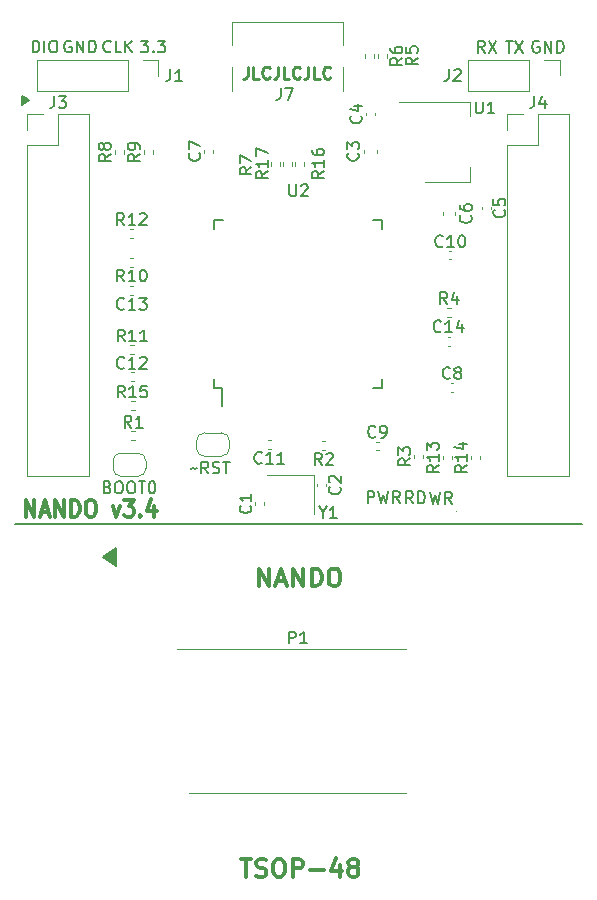
<source format=gbr>
%TF.GenerationSoftware,KiCad,Pcbnew,(6.0.11)*%
%TF.CreationDate,2023-02-23T12:45:07+08:00*%
%TF.ProjectId,nand_programmator,6e616e64-5f70-4726-9f67-72616d6d6174,v3.4*%
%TF.SameCoordinates,Original*%
%TF.FileFunction,Legend,Top*%
%TF.FilePolarity,Positive*%
%FSLAX46Y46*%
G04 Gerber Fmt 4.6, Leading zero omitted, Abs format (unit mm)*
G04 Created by KiCad (PCBNEW (6.0.11)) date 2023-02-23 12:45:07*
%MOMM*%
%LPD*%
G01*
G04 APERTURE LIST*
%ADD10C,0.150000*%
%ADD11C,0.300000*%
%ADD12C,0.250000*%
%ADD13C,0.120000*%
%ADD14C,0.100000*%
G04 APERTURE END LIST*
D10*
G36*
X1220000Y69020000D02*
G01*
X620000Y68620000D01*
X615500Y69398500D01*
X1220000Y69020000D01*
G37*
X1220000Y69020000D02*
X620000Y68620000D01*
X615500Y69398500D01*
X1220000Y69020000D01*
X30000Y33170000D02*
X48030000Y33160000D01*
G36*
X8600000Y29570000D02*
G01*
X7500000Y30370000D01*
X8600000Y31170000D01*
X8600000Y29570000D01*
G37*
X8600000Y29570000D02*
X7500000Y30370000D01*
X8600000Y31170000D01*
X8600000Y29570000D01*
X1502837Y73092705D02*
X1502837Y74092705D01*
X1740932Y74092705D01*
X1883789Y74045085D01*
X1979027Y73949847D01*
X2026647Y73854609D01*
X2074266Y73664133D01*
X2074266Y73521276D01*
X2026647Y73330800D01*
X1979027Y73235562D01*
X1883789Y73140324D01*
X1740932Y73092705D01*
X1502837Y73092705D01*
X2502837Y73092705D02*
X2502837Y74092705D01*
X3169504Y74092705D02*
X3359980Y74092705D01*
X3455218Y74045085D01*
X3550456Y73949847D01*
X3598075Y73759371D01*
X3598075Y73426038D01*
X3550456Y73235562D01*
X3455218Y73140324D01*
X3359980Y73092705D01*
X3169504Y73092705D01*
X3074266Y73140324D01*
X2979027Y73235562D01*
X2931408Y73426038D01*
X2931408Y73759371D01*
X2979027Y73949847D01*
X3074266Y74045085D01*
X3169504Y74092705D01*
X7860467Y36291429D02*
X8003324Y36243810D01*
X8050943Y36196191D01*
X8098562Y36100953D01*
X8098562Y35958096D01*
X8050943Y35862858D01*
X8003324Y35815239D01*
X7908086Y35767620D01*
X7527134Y35767620D01*
X7527134Y36767620D01*
X7860467Y36767620D01*
X7955705Y36720000D01*
X8003324Y36672381D01*
X8050943Y36577143D01*
X8050943Y36481905D01*
X8003324Y36386667D01*
X7955705Y36339048D01*
X7860467Y36291429D01*
X7527134Y36291429D01*
X8717610Y36767620D02*
X8908086Y36767620D01*
X9003324Y36720000D01*
X9098562Y36624762D01*
X9146181Y36434286D01*
X9146181Y36100953D01*
X9098562Y35910477D01*
X9003324Y35815239D01*
X8908086Y35767620D01*
X8717610Y35767620D01*
X8622372Y35815239D01*
X8527134Y35910477D01*
X8479515Y36100953D01*
X8479515Y36434286D01*
X8527134Y36624762D01*
X8622372Y36720000D01*
X8717610Y36767620D01*
X9765229Y36767620D02*
X9955705Y36767620D01*
X10050943Y36720000D01*
X10146181Y36624762D01*
X10193801Y36434286D01*
X10193801Y36100953D01*
X10146181Y35910477D01*
X10050943Y35815239D01*
X9955705Y35767620D01*
X9765229Y35767620D01*
X9669991Y35815239D01*
X9574753Y35910477D01*
X9527134Y36100953D01*
X9527134Y36434286D01*
X9574753Y36624762D01*
X9669991Y36720000D01*
X9765229Y36767620D01*
X10479515Y36767620D02*
X11050943Y36767620D01*
X10765229Y35767620D02*
X10765229Y36767620D01*
X11574753Y36767620D02*
X11669991Y36767620D01*
X11765229Y36720000D01*
X11812848Y36672381D01*
X11860467Y36577143D01*
X11908086Y36386667D01*
X11908086Y36148572D01*
X11860467Y35958096D01*
X11812848Y35862858D01*
X11765229Y35815239D01*
X11669991Y35767620D01*
X11574753Y35767620D01*
X11479515Y35815239D01*
X11431896Y35862858D01*
X11384277Y35958096D01*
X11336658Y36148572D01*
X11336658Y36386667D01*
X11384277Y36577143D01*
X11431896Y36672381D01*
X11479515Y36720000D01*
X11574753Y36767620D01*
X44385761Y74032296D02*
X44290523Y74079916D01*
X44147666Y74079916D01*
X44004808Y74032296D01*
X43909570Y73937058D01*
X43861951Y73841820D01*
X43814332Y73651344D01*
X43814332Y73508487D01*
X43861951Y73318011D01*
X43909570Y73222773D01*
X44004808Y73127535D01*
X44147666Y73079916D01*
X44242904Y73079916D01*
X44385761Y73127535D01*
X44433380Y73175154D01*
X44433380Y73508487D01*
X44242904Y73508487D01*
X44861951Y73079916D02*
X44861951Y74079916D01*
X45433380Y73079916D01*
X45433380Y74079916D01*
X45909570Y73079916D02*
X45909570Y74079916D01*
X46147666Y74079916D01*
X46290523Y74032296D01*
X46385761Y73937058D01*
X46433380Y73841820D01*
X46480999Y73651344D01*
X46480999Y73508487D01*
X46433380Y73318011D01*
X46385761Y73222773D01*
X46290523Y73127535D01*
X46147666Y73079916D01*
X45909570Y73079916D01*
X29876666Y34937620D02*
X29876666Y35937620D01*
X30257619Y35937620D01*
X30352857Y35890000D01*
X30400476Y35842381D01*
X30448095Y35747143D01*
X30448095Y35604286D01*
X30400476Y35509048D01*
X30352857Y35461429D01*
X30257619Y35413810D01*
X29876666Y35413810D01*
X30781428Y35937620D02*
X31019523Y34937620D01*
X31210000Y35651905D01*
X31400476Y34937620D01*
X31638571Y35937620D01*
X32590952Y34937620D02*
X32257619Y35413810D01*
X32019523Y34937620D02*
X32019523Y35937620D01*
X32400476Y35937620D01*
X32495714Y35890000D01*
X32543333Y35842381D01*
X32590952Y35747143D01*
X32590952Y35604286D01*
X32543333Y35509048D01*
X32495714Y35461429D01*
X32400476Y35413810D01*
X32019523Y35413810D01*
X35181428Y35877620D02*
X35419523Y34877620D01*
X35610000Y35591905D01*
X35800476Y34877620D01*
X36038571Y35877620D01*
X36990952Y34877620D02*
X36657619Y35353810D01*
X36419523Y34877620D02*
X36419523Y35877620D01*
X36800476Y35877620D01*
X36895714Y35830000D01*
X36943333Y35782381D01*
X36990952Y35687143D01*
X36990952Y35544286D01*
X36943333Y35449048D01*
X36895714Y35401429D01*
X36800476Y35353810D01*
X36419523Y35353810D01*
X33719523Y34917620D02*
X33386190Y35393810D01*
X33148095Y34917620D02*
X33148095Y35917620D01*
X33529047Y35917620D01*
X33624285Y35870000D01*
X33671904Y35822381D01*
X33719523Y35727143D01*
X33719523Y35584286D01*
X33671904Y35489048D01*
X33624285Y35441429D01*
X33529047Y35393810D01*
X33148095Y35393810D01*
X34148095Y34917620D02*
X34148095Y35917620D01*
X34386190Y35917620D01*
X34529047Y35870000D01*
X34624285Y35774762D01*
X34671904Y35679524D01*
X34719523Y35489048D01*
X34719523Y35346191D01*
X34671904Y35155715D01*
X34624285Y35060477D01*
X34529047Y34965239D01*
X34386190Y34917620D01*
X34148095Y34917620D01*
X10679027Y74092705D02*
X11298075Y74092705D01*
X10964742Y73711752D01*
X11107599Y73711752D01*
X11202837Y73664133D01*
X11250456Y73616514D01*
X11298075Y73521276D01*
X11298075Y73283181D01*
X11250456Y73187943D01*
X11202837Y73140324D01*
X11107599Y73092705D01*
X10821885Y73092705D01*
X10726647Y73140324D01*
X10679027Y73187943D01*
X11726647Y73187943D02*
X11774266Y73140324D01*
X11726647Y73092705D01*
X11679027Y73140324D01*
X11726647Y73187943D01*
X11726647Y73092705D01*
X12107599Y74092705D02*
X12726647Y74092705D01*
X12393313Y73711752D01*
X12536170Y73711752D01*
X12631408Y73664133D01*
X12679027Y73616514D01*
X12726647Y73521276D01*
X12726647Y73283181D01*
X12679027Y73187943D01*
X12631408Y73140324D01*
X12536170Y73092705D01*
X12250456Y73092705D01*
X12155218Y73140324D01*
X12107599Y73187943D01*
D11*
X20707142Y27891429D02*
X20707142Y29391429D01*
X21564285Y27891429D01*
X21564285Y29391429D01*
X22207142Y28320000D02*
X22921428Y28320000D01*
X22064285Y27891429D02*
X22564285Y29391429D01*
X23064285Y27891429D01*
X23564285Y27891429D02*
X23564285Y29391429D01*
X24421428Y27891429D01*
X24421428Y29391429D01*
X25135714Y27891429D02*
X25135714Y29391429D01*
X25492857Y29391429D01*
X25707142Y29320000D01*
X25850000Y29177143D01*
X25921428Y29034286D01*
X25992857Y28748572D01*
X25992857Y28534286D01*
X25921428Y28248572D01*
X25850000Y28105715D01*
X25707142Y27962858D01*
X25492857Y27891429D01*
X25135714Y27891429D01*
X26921428Y29391429D02*
X27207142Y29391429D01*
X27350000Y29320000D01*
X27492857Y29177143D01*
X27564285Y28891429D01*
X27564285Y28391429D01*
X27492857Y28105715D01*
X27350000Y27962858D01*
X27207142Y27891429D01*
X26921428Y27891429D01*
X26778571Y27962858D01*
X26635714Y28105715D01*
X26564285Y28391429D01*
X26564285Y28891429D01*
X26635714Y29177143D01*
X26778571Y29320000D01*
X26921428Y29391429D01*
X19164285Y4791429D02*
X20021428Y4791429D01*
X19592857Y3291429D02*
X19592857Y4791429D01*
X20450000Y3362858D02*
X20664285Y3291429D01*
X21021428Y3291429D01*
X21164285Y3362858D01*
X21235714Y3434286D01*
X21307142Y3577143D01*
X21307142Y3720000D01*
X21235714Y3862858D01*
X21164285Y3934286D01*
X21021428Y4005715D01*
X20735714Y4077143D01*
X20592857Y4148572D01*
X20521428Y4220000D01*
X20450000Y4362858D01*
X20450000Y4505715D01*
X20521428Y4648572D01*
X20592857Y4720000D01*
X20735714Y4791429D01*
X21092857Y4791429D01*
X21307142Y4720000D01*
X22235714Y4791429D02*
X22521428Y4791429D01*
X22664285Y4720000D01*
X22807142Y4577143D01*
X22878571Y4291429D01*
X22878571Y3791429D01*
X22807142Y3505715D01*
X22664285Y3362858D01*
X22521428Y3291429D01*
X22235714Y3291429D01*
X22092857Y3362858D01*
X21950000Y3505715D01*
X21878571Y3791429D01*
X21878571Y4291429D01*
X21950000Y4577143D01*
X22092857Y4720000D01*
X22235714Y4791429D01*
X23521428Y3291429D02*
X23521428Y4791429D01*
X24092857Y4791429D01*
X24235714Y4720000D01*
X24307142Y4648572D01*
X24378571Y4505715D01*
X24378571Y4291429D01*
X24307142Y4148572D01*
X24235714Y4077143D01*
X24092857Y4005715D01*
X23521428Y4005715D01*
X25021428Y3862858D02*
X26164285Y3862858D01*
X27521428Y4291429D02*
X27521428Y3291429D01*
X27164285Y4862858D02*
X26807142Y3791429D01*
X27735714Y3791429D01*
X28521428Y4148572D02*
X28378571Y4220000D01*
X28307142Y4291429D01*
X28235714Y4434286D01*
X28235714Y4505715D01*
X28307142Y4648572D01*
X28378571Y4720000D01*
X28521428Y4791429D01*
X28807142Y4791429D01*
X28950000Y4720000D01*
X29021428Y4648572D01*
X29092857Y4505715D01*
X29092857Y4434286D01*
X29021428Y4291429D01*
X28950000Y4220000D01*
X28807142Y4148572D01*
X28521428Y4148572D01*
X28378571Y4077143D01*
X28307142Y4005715D01*
X28235714Y3862858D01*
X28235714Y3577143D01*
X28307142Y3434286D01*
X28378571Y3362858D01*
X28521428Y3291429D01*
X28807142Y3291429D01*
X28950000Y3362858D01*
X29021428Y3434286D01*
X29092857Y3577143D01*
X29092857Y3862858D01*
X29021428Y4005715D01*
X28950000Y4077143D01*
X28807142Y4148572D01*
D10*
X39780999Y73079916D02*
X39447666Y73556106D01*
X39209570Y73079916D02*
X39209570Y74079916D01*
X39590523Y74079916D01*
X39685761Y74032296D01*
X39733380Y73984677D01*
X39780999Y73889439D01*
X39780999Y73746582D01*
X39733380Y73651344D01*
X39685761Y73603725D01*
X39590523Y73556106D01*
X39209570Y73556106D01*
X40114332Y74079916D02*
X40780999Y73079916D01*
X40780999Y74079916D02*
X40114332Y73079916D01*
X8131408Y73187943D02*
X8083789Y73140324D01*
X7940932Y73092705D01*
X7845694Y73092705D01*
X7702837Y73140324D01*
X7607599Y73235562D01*
X7559980Y73330800D01*
X7512361Y73521276D01*
X7512361Y73664133D01*
X7559980Y73854609D01*
X7607599Y73949847D01*
X7702837Y74045085D01*
X7845694Y74092705D01*
X7940932Y74092705D01*
X8083789Y74045085D01*
X8131408Y73997466D01*
X9036170Y73092705D02*
X8559980Y73092705D01*
X8559980Y74092705D01*
X9369504Y73092705D02*
X9369504Y74092705D01*
X9940932Y73092705D02*
X9512361Y73664133D01*
X9940932Y74092705D02*
X9369504Y73521276D01*
D11*
X924523Y33786667D02*
X924523Y35186667D01*
X1667380Y33786667D01*
X1667380Y35186667D01*
X2224523Y34186667D02*
X2843571Y34186667D01*
X2100714Y33786667D02*
X2534047Y35186667D01*
X2967380Y33786667D01*
X3400714Y33786667D02*
X3400714Y35186667D01*
X4143571Y33786667D01*
X4143571Y35186667D01*
X4762619Y33786667D02*
X4762619Y35186667D01*
X5072142Y35186667D01*
X5257857Y35120000D01*
X5381666Y34986667D01*
X5443571Y34853334D01*
X5505476Y34586667D01*
X5505476Y34386667D01*
X5443571Y34120000D01*
X5381666Y33986667D01*
X5257857Y33853334D01*
X5072142Y33786667D01*
X4762619Y33786667D01*
X6310238Y35186667D02*
X6557857Y35186667D01*
X6681666Y35120000D01*
X6805476Y34986667D01*
X6867380Y34720000D01*
X6867380Y34253334D01*
X6805476Y33986667D01*
X6681666Y33853334D01*
X6557857Y33786667D01*
X6310238Y33786667D01*
X6186428Y33853334D01*
X6062619Y33986667D01*
X6000714Y34253334D01*
X6000714Y34720000D01*
X6062619Y34986667D01*
X6186428Y35120000D01*
X6310238Y35186667D01*
X8291190Y34720000D02*
X8600714Y33786667D01*
X8910238Y34720000D01*
X9281666Y35186667D02*
X10086428Y35186667D01*
X9653095Y34653334D01*
X9838809Y34653334D01*
X9962619Y34586667D01*
X10024523Y34520000D01*
X10086428Y34386667D01*
X10086428Y34053334D01*
X10024523Y33920000D01*
X9962619Y33853334D01*
X9838809Y33786667D01*
X9467380Y33786667D01*
X9343571Y33853334D01*
X9281666Y33920000D01*
X10643571Y33920000D02*
X10705476Y33853334D01*
X10643571Y33786667D01*
X10581666Y33853334D01*
X10643571Y33920000D01*
X10643571Y33786667D01*
X11819761Y34720000D02*
X11819761Y33786667D01*
X11510238Y35253334D02*
X11200714Y34253334D01*
X12005476Y34253334D01*
D10*
X4764742Y74045085D02*
X4669504Y74092705D01*
X4526647Y74092705D01*
X4383789Y74045085D01*
X4288551Y73949847D01*
X4240932Y73854609D01*
X4193313Y73664133D01*
X4193313Y73521276D01*
X4240932Y73330800D01*
X4288551Y73235562D01*
X4383789Y73140324D01*
X4526647Y73092705D01*
X4621885Y73092705D01*
X4764742Y73140324D01*
X4812361Y73187943D01*
X4812361Y73521276D01*
X4621885Y73521276D01*
X5240932Y73092705D02*
X5240932Y74092705D01*
X5812361Y73092705D01*
X5812361Y74092705D01*
X6288551Y73092705D02*
X6288551Y74092705D01*
X6526647Y74092705D01*
X6669504Y74045085D01*
X6764742Y73949847D01*
X6812361Y73854609D01*
X6859980Y73664133D01*
X6859980Y73521276D01*
X6812361Y73330800D01*
X6764742Y73235562D01*
X6669504Y73140324D01*
X6526647Y73092705D01*
X6288551Y73092705D01*
D12*
X19716666Y71877620D02*
X19716666Y71163334D01*
X19669047Y71020477D01*
X19573809Y70925239D01*
X19430952Y70877620D01*
X19335714Y70877620D01*
X20669047Y70877620D02*
X20192857Y70877620D01*
X20192857Y71877620D01*
X21573809Y70972858D02*
X21526190Y70925239D01*
X21383333Y70877620D01*
X21288095Y70877620D01*
X21145238Y70925239D01*
X21050000Y71020477D01*
X21002380Y71115715D01*
X20954761Y71306191D01*
X20954761Y71449048D01*
X21002380Y71639524D01*
X21050000Y71734762D01*
X21145238Y71830000D01*
X21288095Y71877620D01*
X21383333Y71877620D01*
X21526190Y71830000D01*
X21573809Y71782381D01*
X22288095Y71877620D02*
X22288095Y71163334D01*
X22240476Y71020477D01*
X22145238Y70925239D01*
X22002380Y70877620D01*
X21907142Y70877620D01*
X23240476Y70877620D02*
X22764285Y70877620D01*
X22764285Y71877620D01*
X24145238Y70972858D02*
X24097619Y70925239D01*
X23954761Y70877620D01*
X23859523Y70877620D01*
X23716666Y70925239D01*
X23621428Y71020477D01*
X23573809Y71115715D01*
X23526190Y71306191D01*
X23526190Y71449048D01*
X23573809Y71639524D01*
X23621428Y71734762D01*
X23716666Y71830000D01*
X23859523Y71877620D01*
X23954761Y71877620D01*
X24097619Y71830000D01*
X24145238Y71782381D01*
X24859523Y71877620D02*
X24859523Y71163334D01*
X24811904Y71020477D01*
X24716666Y70925239D01*
X24573809Y70877620D01*
X24478571Y70877620D01*
X25811904Y70877620D02*
X25335714Y70877620D01*
X25335714Y71877620D01*
X26716666Y70972858D02*
X26669047Y70925239D01*
X26526190Y70877620D01*
X26430952Y70877620D01*
X26288095Y70925239D01*
X26192857Y71020477D01*
X26145238Y71115715D01*
X26097619Y71306191D01*
X26097619Y71449048D01*
X26145238Y71639524D01*
X26192857Y71734762D01*
X26288095Y71830000D01*
X26430952Y71877620D01*
X26526190Y71877620D01*
X26669047Y71830000D01*
X26716666Y71782381D01*
D10*
X41585761Y74079916D02*
X42157189Y74079916D01*
X41871475Y73079916D02*
X41871475Y74079916D01*
X42395285Y74079916D02*
X43061951Y73079916D01*
X43061951Y74079916D02*
X42395285Y73079916D01*
%TO.C,U2*%
X23257896Y61911794D02*
X23257896Y61102270D01*
X23305515Y61007032D01*
X23353134Y60959413D01*
X23448372Y60911794D01*
X23638848Y60911794D01*
X23734086Y60959413D01*
X23781705Y61007032D01*
X23829324Y61102270D01*
X23829324Y61911794D01*
X24257896Y61816555D02*
X24305515Y61864174D01*
X24400753Y61911794D01*
X24638848Y61911794D01*
X24734086Y61864174D01*
X24781705Y61816555D01*
X24829324Y61721317D01*
X24829324Y61626079D01*
X24781705Y61483222D01*
X24210277Y60911794D01*
X24829324Y60911794D01*
%TO.C,J1*%
X13180130Y71667658D02*
X13180130Y70953372D01*
X13132511Y70810515D01*
X13037273Y70715277D01*
X12894416Y70667658D01*
X12799178Y70667658D01*
X14180130Y70667658D02*
X13608702Y70667658D01*
X13894416Y70667658D02*
X13894416Y71667658D01*
X13799178Y71524800D01*
X13703940Y71429562D01*
X13608702Y71381943D01*
%TO.C,J2*%
X36761467Y71667657D02*
X36761467Y70953371D01*
X36713848Y70810514D01*
X36618610Y70715276D01*
X36475753Y70667657D01*
X36380515Y70667657D01*
X37190039Y71572418D02*
X37237658Y71620037D01*
X37332896Y71667657D01*
X37570991Y71667657D01*
X37666229Y71620037D01*
X37713848Y71572418D01*
X37761467Y71477180D01*
X37761467Y71381942D01*
X37713848Y71239085D01*
X37142420Y70667657D01*
X37761467Y70667657D01*
%TO.C,J4*%
X43976467Y69387157D02*
X43976467Y68672871D01*
X43928848Y68530014D01*
X43833610Y68434776D01*
X43690753Y68387157D01*
X43595515Y68387157D01*
X44881229Y69053823D02*
X44881229Y68387157D01*
X44643134Y69434776D02*
X44405039Y68720490D01*
X45024086Y68720490D01*
%TO.C,J3*%
X3336467Y69397157D02*
X3336467Y68682871D01*
X3288848Y68540014D01*
X3193610Y68444776D01*
X3050753Y68397157D01*
X2955515Y68397157D01*
X3717420Y69397157D02*
X4336467Y69397157D01*
X4003134Y69016204D01*
X4145991Y69016204D01*
X4241229Y68968585D01*
X4288848Y68920966D01*
X4336467Y68825728D01*
X4336467Y68587633D01*
X4288848Y68492395D01*
X4241229Y68444776D01*
X4145991Y68397157D01*
X3860277Y68397157D01*
X3765039Y68444776D01*
X3717420Y68492395D01*
%TO.C,U1*%
X39032896Y68925157D02*
X39032896Y68115633D01*
X39080515Y68020395D01*
X39128134Y67972776D01*
X39223372Y67925157D01*
X39413848Y67925157D01*
X39509086Y67972776D01*
X39556705Y68020395D01*
X39604324Y68115633D01*
X39604324Y68925157D01*
X40604324Y67925157D02*
X40032896Y67925157D01*
X40318610Y67925157D02*
X40318610Y68925157D01*
X40223372Y68782299D01*
X40128134Y68687061D01*
X40032896Y68639442D01*
%TO.C,C6*%
X38587142Y59283334D02*
X38634761Y59235715D01*
X38682380Y59092858D01*
X38682380Y58997620D01*
X38634761Y58854762D01*
X38539523Y58759524D01*
X38444285Y58711905D01*
X38253809Y58664286D01*
X38110952Y58664286D01*
X37920476Y58711905D01*
X37825238Y58759524D01*
X37730000Y58854762D01*
X37682380Y58997620D01*
X37682380Y59092858D01*
X37730000Y59235715D01*
X37777619Y59283334D01*
X37682380Y60140477D02*
X37682380Y59950000D01*
X37730000Y59854762D01*
X37777619Y59807143D01*
X37920476Y59711905D01*
X38110952Y59664286D01*
X38491904Y59664286D01*
X38587142Y59711905D01*
X38634761Y59759524D01*
X38682380Y59854762D01*
X38682380Y60045239D01*
X38634761Y60140477D01*
X38587142Y60188096D01*
X38491904Y60235715D01*
X38253809Y60235715D01*
X38158571Y60188096D01*
X38110952Y60140477D01*
X38063333Y60045239D01*
X38063333Y59854762D01*
X38110952Y59759524D01*
X38158571Y59711905D01*
X38253809Y59664286D01*
%TO.C,C3*%
X29046943Y64553371D02*
X29094562Y64505752D01*
X29142181Y64362895D01*
X29142181Y64267657D01*
X29094562Y64124799D01*
X28999324Y64029561D01*
X28904086Y63981942D01*
X28713610Y63934323D01*
X28570753Y63934323D01*
X28380277Y63981942D01*
X28285039Y64029561D01*
X28189801Y64124799D01*
X28142181Y64267657D01*
X28142181Y64362895D01*
X28189801Y64505752D01*
X28237420Y64553371D01*
X28142181Y64886704D02*
X28142181Y65505752D01*
X28523134Y65172418D01*
X28523134Y65315276D01*
X28570753Y65410514D01*
X28618372Y65458133D01*
X28713610Y65505752D01*
X28951705Y65505752D01*
X29046943Y65458133D01*
X29094562Y65410514D01*
X29142181Y65315276D01*
X29142181Y65029561D01*
X29094562Y64934323D01*
X29046943Y64886704D01*
%TO.C,C5*%
X41437142Y59753334D02*
X41484761Y59705715D01*
X41532380Y59562858D01*
X41532380Y59467620D01*
X41484761Y59324762D01*
X41389523Y59229524D01*
X41294285Y59181905D01*
X41103809Y59134286D01*
X40960952Y59134286D01*
X40770476Y59181905D01*
X40675238Y59229524D01*
X40580000Y59324762D01*
X40532380Y59467620D01*
X40532380Y59562858D01*
X40580000Y59705715D01*
X40627619Y59753334D01*
X40532380Y60658096D02*
X40532380Y60181905D01*
X41008571Y60134286D01*
X40960952Y60181905D01*
X40913333Y60277143D01*
X40913333Y60515239D01*
X40960952Y60610477D01*
X41008571Y60658096D01*
X41103809Y60705715D01*
X41341904Y60705715D01*
X41437142Y60658096D01*
X41484761Y60610477D01*
X41532380Y60515239D01*
X41532380Y60277143D01*
X41484761Y60181905D01*
X41437142Y60134286D01*
%TO.C,C4*%
X29307142Y67713334D02*
X29354761Y67665715D01*
X29402380Y67522858D01*
X29402380Y67427620D01*
X29354761Y67284762D01*
X29259523Y67189524D01*
X29164285Y67141905D01*
X28973809Y67094286D01*
X28830952Y67094286D01*
X28640476Y67141905D01*
X28545238Y67189524D01*
X28450000Y67284762D01*
X28402380Y67427620D01*
X28402380Y67522858D01*
X28450000Y67665715D01*
X28497619Y67713334D01*
X28735714Y68570477D02*
X29402380Y68570477D01*
X28354761Y68332381D02*
X29069047Y68094286D01*
X29069047Y68713334D01*
%TO.C,C9*%
X30537134Y40576995D02*
X30489515Y40529376D01*
X30346658Y40481757D01*
X30251420Y40481757D01*
X30108562Y40529376D01*
X30013324Y40624614D01*
X29965705Y40719852D01*
X29918086Y40910328D01*
X29918086Y41053185D01*
X29965705Y41243661D01*
X30013324Y41338899D01*
X30108562Y41434137D01*
X30251420Y41481757D01*
X30346658Y41481757D01*
X30489515Y41434137D01*
X30537134Y41386518D01*
X31013324Y40481757D02*
X31203801Y40481757D01*
X31299039Y40529376D01*
X31346658Y40576995D01*
X31441896Y40719852D01*
X31489515Y40910328D01*
X31489515Y41291280D01*
X31441896Y41386518D01*
X31394277Y41434137D01*
X31299039Y41481757D01*
X31108562Y41481757D01*
X31013324Y41434137D01*
X30965705Y41386518D01*
X30918086Y41291280D01*
X30918086Y41053185D01*
X30965705Y40957947D01*
X31013324Y40910328D01*
X31108562Y40862709D01*
X31299039Y40862709D01*
X31394277Y40910328D01*
X31441896Y40957947D01*
X31489515Y41053185D01*
%TO.C,C8*%
X36841134Y45529995D02*
X36793515Y45482376D01*
X36650658Y45434757D01*
X36555420Y45434757D01*
X36412562Y45482376D01*
X36317324Y45577614D01*
X36269705Y45672852D01*
X36222086Y45863328D01*
X36222086Y46006185D01*
X36269705Y46196661D01*
X36317324Y46291899D01*
X36412562Y46387137D01*
X36555420Y46434757D01*
X36650658Y46434757D01*
X36793515Y46387137D01*
X36841134Y46339518D01*
X37412562Y46006185D02*
X37317324Y46053804D01*
X37269705Y46101423D01*
X37222086Y46196661D01*
X37222086Y46244280D01*
X37269705Y46339518D01*
X37317324Y46387137D01*
X37412562Y46434757D01*
X37603039Y46434757D01*
X37698277Y46387137D01*
X37745896Y46339518D01*
X37793515Y46244280D01*
X37793515Y46196661D01*
X37745896Y46101423D01*
X37698277Y46053804D01*
X37603039Y46006185D01*
X37412562Y46006185D01*
X37317324Y45958566D01*
X37269705Y45910947D01*
X37222086Y45815709D01*
X37222086Y45625233D01*
X37269705Y45529995D01*
X37317324Y45482376D01*
X37412562Y45434757D01*
X37603039Y45434757D01*
X37698277Y45482376D01*
X37745896Y45529995D01*
X37793515Y45625233D01*
X37793515Y45815709D01*
X37745896Y45910947D01*
X37698277Y45958566D01*
X37603039Y46006185D01*
%TO.C,C7*%
X15616943Y64555871D02*
X15664562Y64508252D01*
X15712181Y64365395D01*
X15712181Y64270157D01*
X15664562Y64127299D01*
X15569324Y64032061D01*
X15474086Y63984442D01*
X15283610Y63936823D01*
X15140753Y63936823D01*
X14950277Y63984442D01*
X14855039Y64032061D01*
X14759801Y64127299D01*
X14712181Y64270157D01*
X14712181Y64365395D01*
X14759801Y64508252D01*
X14807420Y64555871D01*
X14712181Y64889204D02*
X14712181Y65555871D01*
X15712181Y65127299D01*
%TO.C,C11*%
X20907142Y38362858D02*
X20859523Y38315239D01*
X20716666Y38267620D01*
X20621428Y38267620D01*
X20478571Y38315239D01*
X20383333Y38410477D01*
X20335714Y38505715D01*
X20288095Y38696191D01*
X20288095Y38839048D01*
X20335714Y39029524D01*
X20383333Y39124762D01*
X20478571Y39220000D01*
X20621428Y39267620D01*
X20716666Y39267620D01*
X20859523Y39220000D01*
X20907142Y39172381D01*
X21859523Y38267620D02*
X21288095Y38267620D01*
X21573809Y38267620D02*
X21573809Y39267620D01*
X21478571Y39124762D01*
X21383333Y39029524D01*
X21288095Y38981905D01*
X22811904Y38267620D02*
X22240476Y38267620D01*
X22526190Y38267620D02*
X22526190Y39267620D01*
X22430952Y39124762D01*
X22335714Y39029524D01*
X22240476Y38981905D01*
%TO.C,C10*%
X36227142Y56702858D02*
X36179523Y56655239D01*
X36036666Y56607620D01*
X35941428Y56607620D01*
X35798571Y56655239D01*
X35703333Y56750477D01*
X35655714Y56845715D01*
X35608095Y57036191D01*
X35608095Y57179048D01*
X35655714Y57369524D01*
X35703333Y57464762D01*
X35798571Y57560000D01*
X35941428Y57607620D01*
X36036666Y57607620D01*
X36179523Y57560000D01*
X36227142Y57512381D01*
X37179523Y56607620D02*
X36608095Y56607620D01*
X36893809Y56607620D02*
X36893809Y57607620D01*
X36798571Y57464762D01*
X36703333Y57369524D01*
X36608095Y57321905D01*
X37798571Y57607620D02*
X37893809Y57607620D01*
X37989047Y57560000D01*
X38036666Y57512381D01*
X38084285Y57417143D01*
X38131904Y57226667D01*
X38131904Y56988572D01*
X38084285Y56798096D01*
X38036666Y56702858D01*
X37989047Y56655239D01*
X37893809Y56607620D01*
X37798571Y56607620D01*
X37703333Y56655239D01*
X37655714Y56702858D01*
X37608095Y56798096D01*
X37560476Y56988572D01*
X37560476Y57226667D01*
X37608095Y57417143D01*
X37655714Y57512381D01*
X37703333Y57560000D01*
X37798571Y57607620D01*
%TO.C,C12*%
X9268341Y46410221D02*
X9220722Y46362602D01*
X9077865Y46314983D01*
X8982627Y46314983D01*
X8839770Y46362602D01*
X8744532Y46457840D01*
X8696913Y46553078D01*
X8649294Y46743554D01*
X8649294Y46886411D01*
X8696913Y47076887D01*
X8744532Y47172125D01*
X8839770Y47267363D01*
X8982627Y47314983D01*
X9077865Y47314983D01*
X9220722Y47267363D01*
X9268341Y47219744D01*
X10220722Y46314983D02*
X9649294Y46314983D01*
X9935008Y46314983D02*
X9935008Y47314983D01*
X9839770Y47172125D01*
X9744532Y47076887D01*
X9649294Y47029268D01*
X10601675Y47219744D02*
X10649294Y47267363D01*
X10744532Y47314983D01*
X10982627Y47314983D01*
X11077865Y47267363D01*
X11125484Y47219744D01*
X11173103Y47124506D01*
X11173103Y47029268D01*
X11125484Y46886411D01*
X10554056Y46314983D01*
X11173103Y46314983D01*
%TO.C,C13*%
X9250943Y51401495D02*
X9203324Y51353876D01*
X9060467Y51306257D01*
X8965229Y51306257D01*
X8822372Y51353876D01*
X8727134Y51449114D01*
X8679515Y51544352D01*
X8631896Y51734828D01*
X8631896Y51877685D01*
X8679515Y52068161D01*
X8727134Y52163399D01*
X8822372Y52258637D01*
X8965229Y52306257D01*
X9060467Y52306257D01*
X9203324Y52258637D01*
X9250943Y52211018D01*
X10203324Y51306257D02*
X9631896Y51306257D01*
X9917610Y51306257D02*
X9917610Y52306257D01*
X9822372Y52163399D01*
X9727134Y52068161D01*
X9631896Y52020542D01*
X10536658Y52306257D02*
X11155705Y52306257D01*
X10822372Y51925304D01*
X10965229Y51925304D01*
X11060467Y51877685D01*
X11108086Y51830066D01*
X11155705Y51734828D01*
X11155705Y51496733D01*
X11108086Y51401495D01*
X11060467Y51353876D01*
X10965229Y51306257D01*
X10679515Y51306257D01*
X10584277Y51353876D01*
X10536658Y51401495D01*
%TO.C,C14*%
X36077142Y49492858D02*
X36029523Y49445239D01*
X35886666Y49397620D01*
X35791428Y49397620D01*
X35648571Y49445239D01*
X35553333Y49540477D01*
X35505714Y49635715D01*
X35458095Y49826191D01*
X35458095Y49969048D01*
X35505714Y50159524D01*
X35553333Y50254762D01*
X35648571Y50350000D01*
X35791428Y50397620D01*
X35886666Y50397620D01*
X36029523Y50350000D01*
X36077142Y50302381D01*
X37029523Y49397620D02*
X36458095Y49397620D01*
X36743809Y49397620D02*
X36743809Y50397620D01*
X36648571Y50254762D01*
X36553333Y50159524D01*
X36458095Y50111905D01*
X37886666Y50064286D02*
X37886666Y49397620D01*
X37648571Y50445239D02*
X37410476Y49730953D01*
X38029523Y49730953D01*
%TO.C,R11*%
X9295943Y48619757D02*
X8962610Y49095947D01*
X8724515Y48619757D02*
X8724515Y49619757D01*
X9105467Y49619757D01*
X9200705Y49572137D01*
X9248324Y49524518D01*
X9295943Y49429280D01*
X9295943Y49286423D01*
X9248324Y49191185D01*
X9200705Y49143566D01*
X9105467Y49095947D01*
X8724515Y49095947D01*
X10248324Y48619757D02*
X9676896Y48619757D01*
X9962610Y48619757D02*
X9962610Y49619757D01*
X9867372Y49476899D01*
X9772134Y49381661D01*
X9676896Y49334042D01*
X11200705Y48619757D02*
X10629277Y48619757D01*
X10914991Y48619757D02*
X10914991Y49619757D01*
X10819753Y49476899D01*
X10724515Y49381661D01*
X10629277Y49334042D01*
%TO.C,R8*%
X8112380Y64473334D02*
X7636190Y64140000D01*
X8112380Y63901905D02*
X7112380Y63901905D01*
X7112380Y64282858D01*
X7160000Y64378096D01*
X7207619Y64425715D01*
X7302857Y64473334D01*
X7445714Y64473334D01*
X7540952Y64425715D01*
X7588571Y64378096D01*
X7636190Y64282858D01*
X7636190Y63901905D01*
X7540952Y65044762D02*
X7493333Y64949524D01*
X7445714Y64901905D01*
X7350476Y64854286D01*
X7302857Y64854286D01*
X7207619Y64901905D01*
X7160000Y64949524D01*
X7112380Y65044762D01*
X7112380Y65235239D01*
X7160000Y65330477D01*
X7207619Y65378096D01*
X7302857Y65425715D01*
X7350476Y65425715D01*
X7445714Y65378096D01*
X7493333Y65330477D01*
X7540952Y65235239D01*
X7540952Y65044762D01*
X7588571Y64949524D01*
X7636190Y64901905D01*
X7731428Y64854286D01*
X7921904Y64854286D01*
X8017142Y64901905D01*
X8064761Y64949524D01*
X8112380Y65044762D01*
X8112380Y65235239D01*
X8064761Y65330477D01*
X8017142Y65378096D01*
X7921904Y65425715D01*
X7731428Y65425715D01*
X7636190Y65378096D01*
X7588571Y65330477D01*
X7540952Y65235239D01*
%TO.C,R12*%
X9250943Y58462257D02*
X8917610Y58938447D01*
X8679515Y58462257D02*
X8679515Y59462257D01*
X9060467Y59462257D01*
X9155705Y59414637D01*
X9203324Y59367018D01*
X9250943Y59271780D01*
X9250943Y59128923D01*
X9203324Y59033685D01*
X9155705Y58986066D01*
X9060467Y58938447D01*
X8679515Y58938447D01*
X10203324Y58462257D02*
X9631896Y58462257D01*
X9917610Y58462257D02*
X9917610Y59462257D01*
X9822372Y59319399D01*
X9727134Y59224161D01*
X9631896Y59176542D01*
X10584277Y59367018D02*
X10631896Y59414637D01*
X10727134Y59462257D01*
X10965229Y59462257D01*
X11060467Y59414637D01*
X11108086Y59367018D01*
X11155705Y59271780D01*
X11155705Y59176542D01*
X11108086Y59033685D01*
X10536658Y58462257D01*
X11155705Y58462257D01*
%TO.C,R15*%
X9308341Y43873983D02*
X8975008Y44350173D01*
X8736913Y43873983D02*
X8736913Y44873983D01*
X9117865Y44873983D01*
X9213103Y44826363D01*
X9260722Y44778744D01*
X9308341Y44683506D01*
X9308341Y44540649D01*
X9260722Y44445411D01*
X9213103Y44397792D01*
X9117865Y44350173D01*
X8736913Y44350173D01*
X10260722Y43873983D02*
X9689294Y43873983D01*
X9975008Y43873983D02*
X9975008Y44873983D01*
X9879770Y44731125D01*
X9784532Y44635887D01*
X9689294Y44588268D01*
X11165484Y44873983D02*
X10689294Y44873983D01*
X10641675Y44397792D01*
X10689294Y44445411D01*
X10784532Y44493030D01*
X11022627Y44493030D01*
X11117865Y44445411D01*
X11165484Y44397792D01*
X11213103Y44302554D01*
X11213103Y44064459D01*
X11165484Y43969221D01*
X11117865Y43921602D01*
X11022627Y43873983D01*
X10784532Y43873983D01*
X10689294Y43921602D01*
X10641675Y43969221D01*
%TO.C,R10*%
X9250943Y53709257D02*
X8917610Y54185447D01*
X8679515Y53709257D02*
X8679515Y54709257D01*
X9060467Y54709257D01*
X9155705Y54661637D01*
X9203324Y54614018D01*
X9250943Y54518780D01*
X9250943Y54375923D01*
X9203324Y54280685D01*
X9155705Y54233066D01*
X9060467Y54185447D01*
X8679515Y54185447D01*
X10203324Y53709257D02*
X9631896Y53709257D01*
X9917610Y53709257D02*
X9917610Y54709257D01*
X9822372Y54566399D01*
X9727134Y54471161D01*
X9631896Y54423542D01*
X10822372Y54709257D02*
X10917610Y54709257D01*
X11012848Y54661637D01*
X11060467Y54614018D01*
X11108086Y54518780D01*
X11155705Y54328304D01*
X11155705Y54090209D01*
X11108086Y53899733D01*
X11060467Y53804495D01*
X11012848Y53756876D01*
X10917610Y53709257D01*
X10822372Y53709257D01*
X10727134Y53756876D01*
X10679515Y53804495D01*
X10631896Y53899733D01*
X10584277Y54090209D01*
X10584277Y54328304D01*
X10631896Y54518780D01*
X10679515Y54614018D01*
X10727134Y54661637D01*
X10822372Y54709257D01*
%TO.C,R9*%
X10572380Y64473334D02*
X10096190Y64140000D01*
X10572380Y63901905D02*
X9572380Y63901905D01*
X9572380Y64282858D01*
X9620000Y64378096D01*
X9667619Y64425715D01*
X9762857Y64473334D01*
X9905714Y64473334D01*
X10000952Y64425715D01*
X10048571Y64378096D01*
X10096190Y64282858D01*
X10096190Y63901905D01*
X10572380Y64949524D02*
X10572380Y65140000D01*
X10524761Y65235239D01*
X10477142Y65282858D01*
X10334285Y65378096D01*
X10143809Y65425715D01*
X9762857Y65425715D01*
X9667619Y65378096D01*
X9620000Y65330477D01*
X9572380Y65235239D01*
X9572380Y65044762D01*
X9620000Y64949524D01*
X9667619Y64901905D01*
X9762857Y64854286D01*
X10000952Y64854286D01*
X10096190Y64901905D01*
X10143809Y64949524D01*
X10191428Y65044762D01*
X10191428Y65235239D01*
X10143809Y65330477D01*
X10096190Y65378096D01*
X10000952Y65425715D01*
%TO.C,R1*%
X9874532Y41324483D02*
X9541199Y41800673D01*
X9303103Y41324483D02*
X9303103Y42324483D01*
X9684056Y42324483D01*
X9779294Y42276863D01*
X9826913Y42229244D01*
X9874532Y42134006D01*
X9874532Y41991149D01*
X9826913Y41895911D01*
X9779294Y41848292D01*
X9684056Y41800673D01*
X9303103Y41800673D01*
X10826913Y41324483D02*
X10255484Y41324483D01*
X10541199Y41324483D02*
X10541199Y42324483D01*
X10445960Y42181625D01*
X10350722Y42086387D01*
X10255484Y42038768D01*
%TO.C,R2*%
X25982134Y38153657D02*
X25648801Y38629847D01*
X25410705Y38153657D02*
X25410705Y39153657D01*
X25791658Y39153657D01*
X25886896Y39106037D01*
X25934515Y39058418D01*
X25982134Y38963180D01*
X25982134Y38820323D01*
X25934515Y38725085D01*
X25886896Y38677466D01*
X25791658Y38629847D01*
X25410705Y38629847D01*
X26363086Y39058418D02*
X26410705Y39106037D01*
X26505943Y39153657D01*
X26744039Y39153657D01*
X26839277Y39106037D01*
X26886896Y39058418D01*
X26934515Y38963180D01*
X26934515Y38867942D01*
X26886896Y38725085D01*
X26315467Y38153657D01*
X26934515Y38153657D01*
%TO.C,R3*%
X33487181Y38711371D02*
X33010991Y38378037D01*
X33487181Y38139942D02*
X32487181Y38139942D01*
X32487181Y38520895D01*
X32534801Y38616133D01*
X32582420Y38663752D01*
X32677658Y38711371D01*
X32820515Y38711371D01*
X32915753Y38663752D01*
X32963372Y38616133D01*
X33010991Y38520895D01*
X33010991Y38139942D01*
X32487181Y39044704D02*
X32487181Y39663752D01*
X32868134Y39330418D01*
X32868134Y39473276D01*
X32915753Y39568514D01*
X32963372Y39616133D01*
X33058610Y39663752D01*
X33296705Y39663752D01*
X33391943Y39616133D01*
X33439562Y39568514D01*
X33487181Y39473276D01*
X33487181Y39187561D01*
X33439562Y39092323D01*
X33391943Y39044704D01*
%TO.C,R4*%
X36603333Y51797620D02*
X36270000Y52273810D01*
X36031904Y51797620D02*
X36031904Y52797620D01*
X36412857Y52797620D01*
X36508095Y52750000D01*
X36555714Y52702381D01*
X36603333Y52607143D01*
X36603333Y52464286D01*
X36555714Y52369048D01*
X36508095Y52321429D01*
X36412857Y52273810D01*
X36031904Y52273810D01*
X37460476Y52464286D02*
X37460476Y51797620D01*
X37222380Y52845239D02*
X36984285Y52130953D01*
X37603333Y52130953D01*
%TO.C,J6*%
X14950952Y37828572D02*
X14998571Y37876191D01*
X15093809Y37923810D01*
X15284285Y37828572D01*
X15379523Y37876191D01*
X15427142Y37923810D01*
X16379523Y37447620D02*
X16046190Y37923810D01*
X15808095Y37447620D02*
X15808095Y38447620D01*
X16189047Y38447620D01*
X16284285Y38400000D01*
X16331904Y38352381D01*
X16379523Y38257143D01*
X16379523Y38114286D01*
X16331904Y38019048D01*
X16284285Y37971429D01*
X16189047Y37923810D01*
X15808095Y37923810D01*
X16760476Y37495239D02*
X16903333Y37447620D01*
X17141428Y37447620D01*
X17236666Y37495239D01*
X17284285Y37542858D01*
X17331904Y37638096D01*
X17331904Y37733334D01*
X17284285Y37828572D01*
X17236666Y37876191D01*
X17141428Y37923810D01*
X16950952Y37971429D01*
X16855714Y38019048D01*
X16808095Y38066667D01*
X16760476Y38161905D01*
X16760476Y38257143D01*
X16808095Y38352381D01*
X16855714Y38400000D01*
X16950952Y38447620D01*
X17189047Y38447620D01*
X17331904Y38400000D01*
X17617619Y38447620D02*
X18189047Y38447620D01*
X17903333Y37447620D02*
X17903333Y38447620D01*
%TO.C,R14*%
X38262380Y38147143D02*
X37786190Y37813810D01*
X38262380Y37575715D02*
X37262380Y37575715D01*
X37262380Y37956667D01*
X37310000Y38051905D01*
X37357619Y38099524D01*
X37452857Y38147143D01*
X37595714Y38147143D01*
X37690952Y38099524D01*
X37738571Y38051905D01*
X37786190Y37956667D01*
X37786190Y37575715D01*
X38262380Y39099524D02*
X38262380Y38528096D01*
X38262380Y38813810D02*
X37262380Y38813810D01*
X37405238Y38718572D01*
X37500476Y38623334D01*
X37548095Y38528096D01*
X37595714Y39956667D02*
X38262380Y39956667D01*
X37214761Y39718572D02*
X37929047Y39480477D01*
X37929047Y40099524D01*
%TO.C,R17*%
X21412380Y63007143D02*
X20936190Y62673810D01*
X21412380Y62435715D02*
X20412380Y62435715D01*
X20412380Y62816667D01*
X20460000Y62911905D01*
X20507619Y62959524D01*
X20602857Y63007143D01*
X20745714Y63007143D01*
X20840952Y62959524D01*
X20888571Y62911905D01*
X20936190Y62816667D01*
X20936190Y62435715D01*
X21412380Y63959524D02*
X21412380Y63388096D01*
X21412380Y63673810D02*
X20412380Y63673810D01*
X20555238Y63578572D01*
X20650476Y63483334D01*
X20698095Y63388096D01*
X20412380Y64292858D02*
X20412380Y64959524D01*
X21412380Y64530953D01*
%TO.C,R5*%
X34112380Y72653334D02*
X33636190Y72320000D01*
X34112380Y72081905D02*
X33112380Y72081905D01*
X33112380Y72462858D01*
X33160000Y72558096D01*
X33207619Y72605715D01*
X33302857Y72653334D01*
X33445714Y72653334D01*
X33540952Y72605715D01*
X33588571Y72558096D01*
X33636190Y72462858D01*
X33636190Y72081905D01*
X33112380Y73558096D02*
X33112380Y73081905D01*
X33588571Y73034286D01*
X33540952Y73081905D01*
X33493333Y73177143D01*
X33493333Y73415239D01*
X33540952Y73510477D01*
X33588571Y73558096D01*
X33683809Y73605715D01*
X33921904Y73605715D01*
X34017142Y73558096D01*
X34064761Y73510477D01*
X34112380Y73415239D01*
X34112380Y73177143D01*
X34064761Y73081905D01*
X34017142Y73034286D01*
%TO.C,R13*%
X35882380Y38147143D02*
X35406190Y37813810D01*
X35882380Y37575715D02*
X34882380Y37575715D01*
X34882380Y37956667D01*
X34930000Y38051905D01*
X34977619Y38099524D01*
X35072857Y38147143D01*
X35215714Y38147143D01*
X35310952Y38099524D01*
X35358571Y38051905D01*
X35406190Y37956667D01*
X35406190Y37575715D01*
X35882380Y39099524D02*
X35882380Y38528096D01*
X35882380Y38813810D02*
X34882380Y38813810D01*
X35025238Y38718572D01*
X35120476Y38623334D01*
X35168095Y38528096D01*
X34882380Y39432858D02*
X34882380Y40051905D01*
X35263333Y39718572D01*
X35263333Y39861429D01*
X35310952Y39956667D01*
X35358571Y40004286D01*
X35453809Y40051905D01*
X35691904Y40051905D01*
X35787142Y40004286D01*
X35834761Y39956667D01*
X35882380Y39861429D01*
X35882380Y39575715D01*
X35834761Y39480477D01*
X35787142Y39432858D01*
%TO.C,Y1*%
X26063809Y34143810D02*
X26063809Y33667620D01*
X25730476Y34667620D02*
X26063809Y34143810D01*
X26397142Y34667620D01*
X27254285Y33667620D02*
X26682857Y33667620D01*
X26968571Y33667620D02*
X26968571Y34667620D01*
X26873333Y34524762D01*
X26778095Y34429524D01*
X26682857Y34381905D01*
%TO.C,R16*%
X26172380Y63047143D02*
X25696190Y62713810D01*
X26172380Y62475715D02*
X25172380Y62475715D01*
X25172380Y62856667D01*
X25220000Y62951905D01*
X25267619Y62999524D01*
X25362857Y63047143D01*
X25505714Y63047143D01*
X25600952Y62999524D01*
X25648571Y62951905D01*
X25696190Y62856667D01*
X25696190Y62475715D01*
X26172380Y63999524D02*
X26172380Y63428096D01*
X26172380Y63713810D02*
X25172380Y63713810D01*
X25315238Y63618572D01*
X25410476Y63523334D01*
X25458095Y63428096D01*
X25172380Y64856667D02*
X25172380Y64666191D01*
X25220000Y64570953D01*
X25267619Y64523334D01*
X25410476Y64428096D01*
X25600952Y64380477D01*
X25981904Y64380477D01*
X26077142Y64428096D01*
X26124761Y64475715D01*
X26172380Y64570953D01*
X26172380Y64761429D01*
X26124761Y64856667D01*
X26077142Y64904286D01*
X25981904Y64951905D01*
X25743809Y64951905D01*
X25648571Y64904286D01*
X25600952Y64856667D01*
X25553333Y64761429D01*
X25553333Y64570953D01*
X25600952Y64475715D01*
X25648571Y64428096D01*
X25743809Y64380477D01*
%TO.C,J7*%
X22526666Y70087620D02*
X22526666Y69373334D01*
X22479047Y69230477D01*
X22383809Y69135239D01*
X22240952Y69087620D01*
X22145714Y69087620D01*
X22907619Y70087620D02*
X23574285Y70087620D01*
X23145714Y69087620D01*
%TO.C,P1*%
X23211904Y23047620D02*
X23211904Y24047620D01*
X23592857Y24047620D01*
X23688095Y24000000D01*
X23735714Y23952381D01*
X23783333Y23857143D01*
X23783333Y23714286D01*
X23735714Y23619048D01*
X23688095Y23571429D01*
X23592857Y23523810D01*
X23211904Y23523810D01*
X24735714Y23047620D02*
X24164285Y23047620D01*
X24450000Y23047620D02*
X24450000Y24047620D01*
X24354761Y23904762D01*
X24259523Y23809524D01*
X24164285Y23761905D01*
%TO.C,C2*%
X27497142Y36303334D02*
X27544761Y36255715D01*
X27592380Y36112858D01*
X27592380Y36017620D01*
X27544761Y35874762D01*
X27449523Y35779524D01*
X27354285Y35731905D01*
X27163809Y35684286D01*
X27020952Y35684286D01*
X26830476Y35731905D01*
X26735238Y35779524D01*
X26640000Y35874762D01*
X26592380Y36017620D01*
X26592380Y36112858D01*
X26640000Y36255715D01*
X26687619Y36303334D01*
X26687619Y36684286D02*
X26640000Y36731905D01*
X26592380Y36827143D01*
X26592380Y37065239D01*
X26640000Y37160477D01*
X26687619Y37208096D01*
X26782857Y37255715D01*
X26878095Y37255715D01*
X27020952Y37208096D01*
X27592380Y36636667D01*
X27592380Y37255715D01*
%TO.C,R6*%
X32802380Y72633334D02*
X32326190Y72300000D01*
X32802380Y72061905D02*
X31802380Y72061905D01*
X31802380Y72442858D01*
X31850000Y72538096D01*
X31897619Y72585715D01*
X31992857Y72633334D01*
X32135714Y72633334D01*
X32230952Y72585715D01*
X32278571Y72538096D01*
X32326190Y72442858D01*
X32326190Y72061905D01*
X31802380Y73490477D02*
X31802380Y73300000D01*
X31850000Y73204762D01*
X31897619Y73157143D01*
X32040476Y73061905D01*
X32230952Y73014286D01*
X32611904Y73014286D01*
X32707142Y73061905D01*
X32754761Y73109524D01*
X32802380Y73204762D01*
X32802380Y73395239D01*
X32754761Y73490477D01*
X32707142Y73538096D01*
X32611904Y73585715D01*
X32373809Y73585715D01*
X32278571Y73538096D01*
X32230952Y73490477D01*
X32183333Y73395239D01*
X32183333Y73204762D01*
X32230952Y73109524D01*
X32278571Y73061905D01*
X32373809Y73014286D01*
%TO.C,R7*%
X20042380Y63363334D02*
X19566190Y63030000D01*
X20042380Y62791905D02*
X19042380Y62791905D01*
X19042380Y63172858D01*
X19090000Y63268096D01*
X19137619Y63315715D01*
X19232857Y63363334D01*
X19375714Y63363334D01*
X19470952Y63315715D01*
X19518571Y63268096D01*
X19566190Y63172858D01*
X19566190Y62791905D01*
X19042380Y63696667D02*
X19042380Y64363334D01*
X20042380Y63934762D01*
%TO.C,C1*%
X19937142Y34723334D02*
X19984761Y34675715D01*
X20032380Y34532858D01*
X20032380Y34437620D01*
X19984761Y34294762D01*
X19889523Y34199524D01*
X19794285Y34151905D01*
X19603809Y34104286D01*
X19460952Y34104286D01*
X19270476Y34151905D01*
X19175238Y34199524D01*
X19080000Y34294762D01*
X19032380Y34437620D01*
X19032380Y34532858D01*
X19080000Y34675715D01*
X19127619Y34723334D01*
X20032380Y35675715D02*
X20032380Y35104286D01*
X20032380Y35390000D02*
X19032380Y35390000D01*
X19175238Y35294762D01*
X19270476Y35199524D01*
X19318095Y35104286D01*
%TO.C,U2*%
X17514801Y44652537D02*
X17514801Y43127537D01*
X16864801Y44652537D02*
X17514801Y44652537D01*
X31114801Y44652537D02*
X30354801Y44652537D01*
X16864801Y58902537D02*
X16864801Y58142537D01*
X31114801Y44652537D02*
X31114801Y45412537D01*
X31114801Y58902537D02*
X30354801Y58902537D01*
X16864801Y58902537D02*
X17624801Y58902537D01*
X31114801Y58902537D02*
X31114801Y58142537D01*
X16864801Y44652537D02*
X16864801Y45412537D01*
D13*
%TO.C,J1*%
X9549801Y72449737D02*
X1869801Y72449737D01*
X12149801Y72449737D02*
X12149801Y71119737D01*
X1869801Y72449737D02*
X1869801Y69789737D01*
X10819801Y72449737D02*
X12149801Y72449737D01*
X9549801Y69789737D02*
X1869801Y69789737D01*
X9549801Y72449737D02*
X9549801Y69789737D01*
%TO.C,J2*%
X38409801Y72475037D02*
X38409801Y69815037D01*
X46149801Y72475037D02*
X46149801Y71145037D01*
X43549801Y69815037D02*
X38409801Y69815037D01*
X43549801Y72475037D02*
X43549801Y69815037D01*
X44819801Y72475037D02*
X46149801Y72475037D01*
X43549801Y72475037D02*
X38409801Y72475037D01*
%TO.C,J4*%
X44309801Y67839537D02*
X46909801Y67839537D01*
X41709801Y67839537D02*
X43039801Y67839537D01*
X41709801Y37239537D02*
X46909801Y37239537D01*
X41709801Y65239537D02*
X44309801Y65239537D01*
X41709801Y65239537D02*
X41709801Y37239537D01*
X41709801Y66509537D02*
X41709801Y67839537D01*
X46909801Y67839537D02*
X46909801Y37239537D01*
X44309801Y65239537D02*
X44309801Y67839537D01*
%TO.C,J3*%
X3669801Y65239537D02*
X3669801Y67839537D01*
X1069801Y37239537D02*
X6269801Y37239537D01*
X3669801Y67839537D02*
X6269801Y67839537D01*
X1069801Y65239537D02*
X3669801Y65239537D01*
X1069801Y65239537D02*
X1069801Y37239537D01*
X1069801Y66509537D02*
X1069801Y67839537D01*
X6269801Y67839537D02*
X6269801Y37239537D01*
X1069801Y67839537D02*
X2399801Y67839537D01*
%TO.C,U1*%
X34769801Y62110037D02*
X38529801Y62110037D01*
X32519801Y68930037D02*
X38529801Y68930037D01*
X38529801Y62110037D02*
X38529801Y63370037D01*
X38529801Y68930037D02*
X38529801Y67670037D01*
%TO.C,C6*%
X36290000Y59590580D02*
X36290000Y59309420D01*
X37310000Y59590580D02*
X37310000Y59309420D01*
%TO.C,C3*%
X30629801Y64579457D02*
X30629801Y64860617D01*
X29609801Y64579457D02*
X29609801Y64860617D01*
%TO.C,C5*%
X40310000Y60027873D02*
X40310000Y59812201D01*
X39590000Y60027873D02*
X39590000Y59812201D01*
%TO.C,C4*%
X30470000Y67772164D02*
X30470000Y67987836D01*
X29750000Y67772164D02*
X29750000Y67987836D01*
%TO.C,C9*%
X30595965Y39414137D02*
X30811637Y39414137D01*
X30595965Y40134137D02*
X30811637Y40134137D01*
%TO.C,C8*%
X36899965Y45087137D02*
X37115637Y45087137D01*
X36899965Y44367137D02*
X37115637Y44367137D01*
%TO.C,C7*%
X16779801Y64614701D02*
X16779801Y64830373D01*
X16059801Y64614701D02*
X16059801Y64830373D01*
%TO.C,C11*%
X21657836Y40240000D02*
X21442164Y40240000D01*
X21657836Y39520000D02*
X21442164Y39520000D01*
%TO.C,C10*%
X36752164Y55590000D02*
X36967836Y55590000D01*
X36752164Y56310000D02*
X36967836Y56310000D01*
%TO.C,C12*%
X10057836Y46030000D02*
X9842164Y46030000D01*
X10057836Y45310000D02*
X9842164Y45310000D01*
%TO.C,C13*%
X10001637Y52558637D02*
X9785965Y52558637D01*
X10001637Y53278637D02*
X9785965Y53278637D01*
%TO.C,C14*%
X36867836Y48970000D02*
X36652164Y48970000D01*
X36867836Y48250000D02*
X36652164Y48250000D01*
D14*
%TO.C,D1*%
X32792500Y34180000D02*
G75*
G03*
X32792500Y34180000I-50000J0D01*
G01*
D13*
%TO.C,J5*%
X9008801Y39186637D02*
X10408801Y39186637D01*
X11108801Y38486637D02*
X11108801Y37886637D01*
X8308801Y37886637D02*
X8308801Y38486637D01*
X10408801Y37186637D02*
X9008801Y37186637D01*
X11108801Y38486637D02*
G75*
G03*
X10408801Y39186637I-699999J1D01*
G01*
X9008801Y39186637D02*
G75*
G03*
X8308801Y38486637I0J-700000D01*
G01*
X8308801Y37886637D02*
G75*
G03*
X9008801Y37186637I700000J0D01*
G01*
X10408801Y37186637D02*
G75*
G03*
X11108801Y37886637I1J699999D01*
G01*
%TO.C,R11*%
X9785160Y47522137D02*
X10092442Y47522137D01*
X9785160Y48282137D02*
X10092442Y48282137D01*
%TO.C,R8*%
X9210000Y64486359D02*
X9210000Y64793641D01*
X8450000Y64486359D02*
X8450000Y64793641D01*
%TO.C,R12*%
X9740160Y58124637D02*
X10047442Y58124637D01*
X9740160Y57364637D02*
X10047442Y57364637D01*
%TO.C,R15*%
X9856359Y42780000D02*
X10163641Y42780000D01*
X9856359Y43540000D02*
X10163641Y43540000D01*
%TO.C,R10*%
X10047442Y55711637D02*
X9740160Y55711637D01*
X10047442Y54951637D02*
X9740160Y54951637D01*
%TO.C,R9*%
X10910000Y64486359D02*
X10910000Y64793641D01*
X11670000Y64486359D02*
X11670000Y64793641D01*
%TO.C,R1*%
X10153641Y41060000D02*
X9846359Y41060000D01*
X10153641Y40300000D02*
X9846359Y40300000D01*
%TO.C,R2*%
X26302442Y39396037D02*
X25995160Y39396037D01*
X26302442Y40156037D02*
X25995160Y40156037D01*
%TO.C,R3*%
X34584801Y38724396D02*
X34584801Y39031678D01*
X33824801Y38724396D02*
X33824801Y39031678D01*
%TO.C,R4*%
X36923641Y51420000D02*
X36616359Y51420000D01*
X36923641Y50660000D02*
X36616359Y50660000D01*
%TO.C,J6*%
X18180000Y40190000D02*
X18180000Y39590000D01*
X16080000Y40890000D02*
X17480000Y40890000D01*
X15380000Y39590000D02*
X15380000Y40190000D01*
X17480000Y38890000D02*
X16080000Y38890000D01*
X15380000Y39590000D02*
G75*
G03*
X16080000Y38890000I699999J-1D01*
G01*
X16080000Y40890000D02*
G75*
G03*
X15380000Y40190000I-1J-699999D01*
G01*
X18180000Y40190000D02*
G75*
G03*
X17480000Y40890000I-700000J0D01*
G01*
X17480000Y38890000D02*
G75*
G03*
X18180000Y39590000I0J700000D01*
G01*
%TO.C,R14*%
X38600000Y38636359D02*
X38600000Y38943641D01*
X39360000Y38636359D02*
X39360000Y38943641D01*
D14*
%TO.C,D3*%
X37380000Y34210000D02*
G75*
G03*
X37380000Y34210000I-50000J0D01*
G01*
D13*
%TO.C,R17*%
X23480000Y63476359D02*
X23480000Y63783641D01*
X22720000Y63476359D02*
X22720000Y63783641D01*
%TO.C,R5*%
X31500000Y72933641D02*
X31500000Y72626359D01*
X30740000Y72933641D02*
X30740000Y72626359D01*
%TO.C,R13*%
X36980000Y38636359D02*
X36980000Y38943641D01*
X36220000Y38636359D02*
X36220000Y38943641D01*
%TO.C,Y1*%
X25360000Y34030000D02*
X25360000Y37330000D01*
X25360000Y37330000D02*
X21360000Y37330000D01*
%TO.C,R16*%
X24510000Y63476359D02*
X24510000Y63783641D01*
X23750000Y63476359D02*
X23750000Y63783641D01*
%TO.C,J7*%
X18420000Y73730000D02*
X18420000Y75630000D01*
X27820000Y69830000D02*
X27820000Y71830000D01*
X18420000Y69830000D02*
X18420000Y71830000D01*
X27820000Y73730000D02*
X27820000Y75630000D01*
X27820000Y75630000D02*
X18420000Y75630000D01*
%TO.C,P1*%
X14750000Y10380000D02*
X33150000Y10380000D01*
D14*
X33150000Y22620000D02*
X13750000Y22620000D01*
D13*
%TO.C,C2*%
X26340000Y36577836D02*
X26340000Y36362164D01*
X25620000Y36577836D02*
X25620000Y36362164D01*
%TO.C,R6*%
X29690000Y72933641D02*
X29690000Y72626359D01*
X30450000Y72933641D02*
X30450000Y72626359D01*
%TO.C,R7*%
X21690000Y63793641D02*
X21690000Y63486359D01*
X22450000Y63793641D02*
X22450000Y63486359D01*
D14*
%TO.C,D2*%
X35070000Y34180000D02*
G75*
G03*
X35070000Y34180000I-50000J0D01*
G01*
D13*
%TO.C,C1*%
X20380000Y34782164D02*
X20380000Y34997836D01*
X21100000Y34782164D02*
X21100000Y34997836D01*
%TD*%
M02*

</source>
